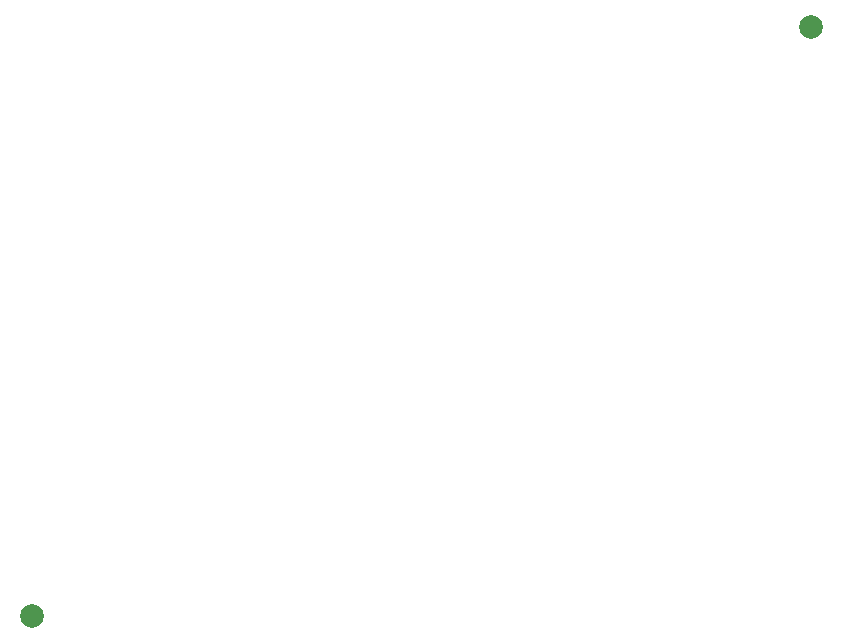
<source format=gbr>
%TF.GenerationSoftware,KiCad,Pcbnew,7.0.7-7.0.7~ubuntu22.04.1*%
%TF.CreationDate,2023-09-16T17:49:39-05:00*%
%TF.ProjectId,TOF_PANELIZED,544f465f-5041-44e4-954c-495a45442e6b,000*%
%TF.SameCoordinates,Original*%
%TF.FileFunction,Paste,Bot*%
%TF.FilePolarity,Positive*%
%FSLAX46Y46*%
G04 Gerber Fmt 4.6, Leading zero omitted, Abs format (unit mm)*
G04 Created by KiCad (PCBNEW 7.0.7-7.0.7~ubuntu22.04.1) date 2023-09-16 17:49:39*
%MOMM*%
%LPD*%
G01*
G04 APERTURE LIST*
%ADD10C,2.000000*%
G04 APERTURE END LIST*
D10*
%TO.C,REF\u002A\u002A*%
X109740000Y-23785000D03*
%TD*%
%TO.C,REF\u002A\u002A*%
X43740000Y-73610000D03*
%TD*%
M02*

</source>
